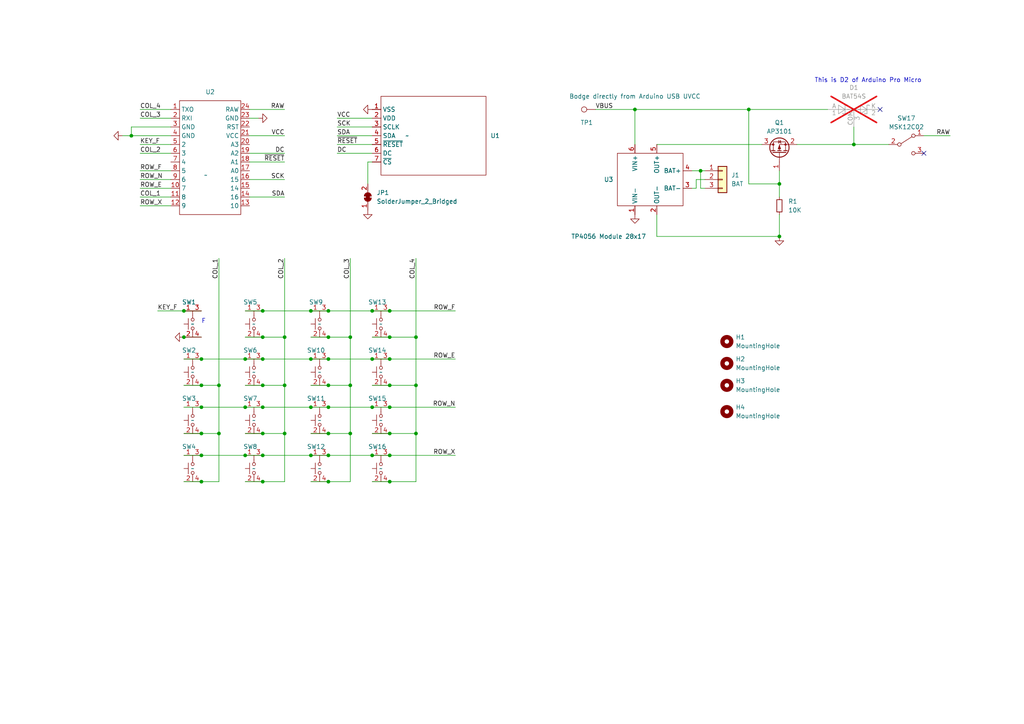
<source format=kicad_sch>
(kicad_sch (version 20230121) (generator eeschema)
  (paper "A4")
  (lib_symbols
    (symbol "Arduino_Pro_Micro:Arduino_Pro_Micro"
      (property "Reference" "U" (at 3.81 -19.05 0))
      (symbol "Arduino_Pro_Micro_0_1"
        (rectangle (start -8.89 15.24) (end 8.89 -17.78))
      )
      (symbol "Arduino_Pro_Micro_1_1"
        (pin passive line (at -11.43 12.7 0) (length 2.54) (name "TXO") (number "1"))
        (pin passive line (at -11.43 -10.16 0) (length 2.54) (name "7") (number "10"))
        (pin passive line (at -11.43 -12.7 0) (length 2.54) (name "8") (number "11"))
        (pin passive line (at -11.43 -15.24 0) (length 2.54) (name "9") (number "12"))
        (pin passive line (at 11.43 -15.24 180) (length 2.54) (name "10") (number "13"))
        (pin passive line (at 11.43 -12.7 180) (length 2.54) (name "16") (number "14"))
        (pin passive line (at 11.43 -10.16 180) (length 2.54) (name "14") (number "15"))
        (pin passive line (at 11.43 -7.62 180) (length 2.54) (name "15") (number "16"))
        (pin passive line (at 11.43 -5.08 180) (length 2.54) (name "A0") (number "17"))
        (pin passive line (at 11.43 -2.54 180) (length 2.54) (name "A1") (number "18"))
        (pin passive line (at 11.43 0 180) (length 2.54) (name "A2") (number "19"))
        (pin passive line (at -11.43 10.16 0) (length 2.54) (name "RXI") (number "2"))
        (pin passive line (at 11.43 2.54 180) (length 2.54) (name "A3") (number "20"))
        (pin passive line (at 11.43 5.08 180) (length 2.54) (name "VCC") (number "21"))
        (pin passive line (at 11.43 7.62 180) (length 2.54) (name "RST") (number "22"))
        (pin passive line (at 11.43 10.16 180) (length 2.54) (name "GND") (number "23"))
        (pin passive line (at 11.43 12.7 180) (length 2.54) (name "RAW") (number "24"))
        (pin passive line (at -11.43 7.62 0) (length 2.54) (name "GND") (number "3"))
        (pin passive line (at -11.43 5.08 0) (length 2.54) (name "GND") (number "4"))
        (pin passive line (at -11.43 2.54 0) (length 2.54) (name "2") (number "5"))
        (pin passive line (at -11.43 0 0) (length 2.54) (name "3") (number "6"))
        (pin passive line (at -11.43 -2.54 0) (length 2.54) (name "4") (number "7"))
        (pin passive line (at -11.43 -5.08 0) (length 2.54) (name "5") (number "8"))
        (pin passive line (at -11.43 -7.62 0) (length 2.54) (name "6") (number "9"))
      )
    )
    (symbol "Connector:TestPoint" (pin_numbers hide) (pin_names (offset 0.762) hide)
      (property "Reference" "TP" (at 0 6.858 0))
      (property "Value" "TestPoint" (at 0 5.08 0))
      (symbol "TestPoint_0_1"
        (circle (center 0 3.302) (radius 0.762))
      )
      (symbol "TestPoint_1_1"
        (pin passive line (at 0 0 90) (length 2.54) (name "1") (number "1"))
      )
    )
    (symbol "Connector_Generic:Conn_01x03" (pin_names (offset 1.016) hide)
      (property "Reference" "J" (at 0 5.08 0))
      (property "Value" "Conn_01x03" (at 0 -5.08 0))
      (symbol "Conn_01x03_1_1"
        (rectangle (start -1.27 -2.413) (end 0 -2.667) (stroke (width 0.1524)))
        (rectangle (start -1.27 0.127) (end 0 -0.127) (stroke (width 0.1524)))
        (rectangle (start -1.27 2.667) (end 0 2.413) (stroke (width 0.1524)))
        (rectangle (start -1.27 3.81) (end 1.27 -3.81) (stroke (width 0.254)) (fill (type background)))
        (pin passive line (at -5.08 2.54 0) (length 3.81) (name "Pin_1") (number "1"))
        (pin passive line (at -5.08 0 0) (length 3.81) (name "Pin_2") (number "2"))
        (pin passive line (at -5.08 -2.54 0) (length 3.81) (name "Pin_3") (number "3"))
      )
    )
    (symbol "Device:Q_PMOS_GSD" (pin_names (offset 0) hide)
      (property "Reference" "Q" (at 5.08 1.27 0))
      (property "Value" "Q_PMOS_GSD" (at 5.08 -1.27 0))
      (symbol "Q_PMOS_GSD_0_1"
        (polyline (pts (xy 0.254 0) (xy -2.54 0)))
        (polyline (pts (xy 0.254 1.905) (xy 0.254 -1.905)) (stroke (width 0.254)))
        (polyline (pts (xy 0.762 -1.27) (xy 0.762 -2.286)) (stroke (width 0.254)))
        (polyline (pts (xy 0.762 0.508) (xy 0.762 -0.508)) (stroke (width 0.254)))
        (polyline (pts (xy 0.762 2.286) (xy 0.762 1.27)) (stroke (width 0.254)))
        (polyline (pts (xy 2.54 2.54) (xy 2.54 1.778)))
        (polyline (pts (xy 2.54 -2.54) (xy 2.54 0) (xy 0.762 0)))
        (polyline (pts (xy 0.762 1.778) (xy 3.302 1.778) (xy 3.302 -1.778) (xy 0.762 -1.778)))
        (polyline (pts (xy 2.286 0) (xy 1.27 0.381) (xy 1.27 -0.381) (xy 2.286 0)) (fill (type outline)))
        (polyline (pts (xy 2.794 -0.508) (xy 2.921 -0.381) (xy 3.683 -0.381) (xy 3.81 -0.254)))
        (polyline (pts (xy 3.302 -0.381) (xy 2.921 0.254) (xy 3.683 0.254) (xy 3.302 -0.381)))
        (circle (center 1.651 0) (radius 2.794) (stroke (width 0.254)))
        (circle (center 2.54 -1.778) (radius 0.254) (fill (type outline)))
        (circle (center 2.54 1.778) (radius 0.254) (fill (type outline)))
      )
      (symbol "Q_PMOS_GSD_1_1"
        (pin input line (at -5.08 0 0) (length 2.54) (name "G") (number "1"))
        (pin passive line (at 2.54 -5.08 90) (length 2.54) (name "S") (number "2"))
        (pin passive line (at 2.54 5.08 270) (length 2.54) (name "D") (number "3"))
      )
    )
    (symbol "Device:R_Small" (pin_numbers hide) (pin_names (offset 0.254) hide)
      (property "Reference" "R" (at 0.762 0.508 0))
      (property "Value" "R_Small" (at 0.762 -1.016 0))
      (symbol "R_Small_0_1"
        (rectangle (start -0.762 1.778) (end 0.762 -1.778) (stroke (width 0.2032)))
      )
      (symbol "R_Small_1_1"
        (pin passive line (at 0 2.54 270) (length 0.762) (name "~") (number "1"))
        (pin passive line (at 0 -2.54 90) (length 0.762) (name "~") (number "2"))
      )
    )
    (symbol "Diode:BAT54S" (pin_names (offset 0))
      (property "Reference" "D" (at 2.54 -5.08 0))
      (property "Value" "BAT54S" (at -6.35 3.175 0))
      (symbol "BAT54S_0_1"
        (polyline (pts (xy -3.81 0) (xy -1.27 0)))
        (polyline (pts (xy -3.175 -1.27) (xy -3.175 -1.016)))
        (polyline (pts (xy -2.54 -1.27) (xy -3.175 -1.27)))
        (polyline (pts (xy -2.54 -1.27) (xy -2.54 1.27)))
        (polyline (pts (xy -2.54 1.27) (xy -1.905 1.27)))
        (polyline (pts (xy -1.905 0) (xy 1.905 0)))
        (polyline (pts (xy -1.905 1.27) (xy -1.905 1.016)))
        (polyline (pts (xy 1.27 0) (xy 3.81 0)))
        (polyline (pts (xy 3.175 -1.27) (xy 3.175 -1.016)))
        (polyline (pts (xy 3.81 -1.27) (xy 3.175 -1.27)))
        (polyline (pts (xy 3.81 -1.27) (xy 3.81 1.27)))
        (polyline (pts (xy 3.81 1.27) (xy 4.445 1.27)))
        (polyline (pts (xy 4.445 1.27) (xy 4.445 1.016)))
        (polyline (pts (xy -4.445 1.27) (xy -4.445 -1.27) (xy -2.54 0) (xy -4.445 1.27)))
        (polyline (pts (xy 1.905 1.27) (xy 1.905 -1.27) (xy 3.81 0) (xy 1.905 1.27)))
        (circle (center 0 0) (radius 0.254) (fill (type outline)))
      )
      (symbol "BAT54S_1_1"
        (pin passive line (at -7.62 0 0) (length 3.81) (name "A") (number "1"))
        (pin passive line (at 7.62 0 180) (length 3.81) (name "K") (number "2"))
        (pin passive line (at 0 -5.08 90) (length 5.08) (name "COM") (number "3"))
      )
    )
    (symbol "Jumper:SolderJumper_2_Bridged" (pin_names (offset 0) hide)
      (property "Reference" "JP" (at 0 2.032 0))
      (property "Value" "SolderJumper_2_Bridged" (at 0 -2.54 0))
      (symbol "SolderJumper_2_Bridged_0_1"
        (rectangle (start -0.508 0.508) (end 0.508 -0.508) (fill (type outline)))
        (arc (start -0.254 1.016) (mid -1.2656 0) (end -0.254 -1.016))
        (arc (start -0.254 1.016) (mid -1.2656 0) (end -0.254 -1.016) (fill (type outline)))
        (polyline (pts (xy -0.254 1.016) (xy -0.254 -1.016)))
        (polyline (pts (xy 0.254 1.016) (xy 0.254 -1.016)))
        (arc (start 0.254 -1.016) (mid 1.2656 0) (end 0.254 1.016))
        (arc (start 0.254 -1.016) (mid 1.2656 0) (end 0.254 1.016) (fill (type outline)))
      )
      (symbol "SolderJumper_2_Bridged_1_1"
        (pin passive line (at -3.81 0 0) (length 2.54) (name "A") (number "1"))
        (pin passive line (at 3.81 0 180) (length 2.54) (name "B") (number "2"))
      )
    )
    (symbol "Mechanical:MountingHole" (pin_names (offset 1.016))
      (property "Reference" "H" (at 0 5.08 0))
      (property "Value" "MountingHole" (at 0 3.175 0))
      (symbol "MountingHole_0_1"
        (circle (center 0 0) (radius 1.27) (stroke (width 1.27)))
      )
    )
    (symbol "OLED_SPI_7PIN:OLED_SPI_7PIN"
      (property "Reference" "U" (at 0 0 0))
      (symbol "OLED_SPI_7PIN_0_1"
        (rectangle (start -7.62 11.43) (end 22.86 -11.43))
      )
      (symbol "OLED_SPI_7PIN_1_1"
        (pin passive line (at -10.16 7.62 0) (length 2.54) (name "VSS") (number "1"))
        (pin passive line (at -10.16 5.08 0) (length 2.54) (name "VDD") (number "2"))
        (pin passive line (at -10.16 2.54 0) (length 2.54) (name "SCLK") (number "3"))
        (pin passive line (at -10.16 0 0) (length 2.54) (name "SDA") (number "4"))
        (pin passive line (at -10.16 -2.54 0) (length 2.54) (name "~{RESET}") (number "5"))
        (pin passive line (at -10.16 -5.08 0) (length 2.54) (name "DC") (number "6"))
        (pin passive line (at -10.16 -7.62 0) (length 2.54) (name "~{CS}") (number "7"))
      )
    )
    (symbol "SKRRAAE010:Dome_Switch_4_Pin" (pin_names hide)
      (property "Reference" "SW" (at 2.54 0 0))
      (symbol "Dome_Switch_4_Pin_0_1"
        (circle (center 0 -1.27) (radius 0.4404))
        (polyline (pts (xy 0 -3.81) (xy 0 -2.54)))
        (polyline (pts (xy 0 -2.54) (xy 0 -1.764)))
        (polyline (pts (xy 0 2.54) (xy 0.0027 1.7472)))
        (polyline (pts (xy 0 3.81) (xy 0 2.54)))
        (polyline (pts (xy -1.2686 1.6161) (xy -1.2727 -1.5868) (xy -1.27 0) (xy -2.54 0)))
        (circle (center 0 1.27) (radius 0.4404))
      )
      (symbol "Dome_Switch_4_Pin_1_1"
        (pin passive line (at -2.54 3.81 0) (length 2.54) (name "1") (number "1"))
        (pin passive line (at -2.54 -3.81 0) (length 2.54) (name "2") (number "2"))
        (pin passive line (at 2.54 3.81 180) (length 2.54) (name "3") (number "3"))
        (pin passive line (at 2.54 -3.81 180) (length 2.54) (name "4") (number "4"))
      )
    )
    (symbol "Switch:SW_SPDT" (pin_names (offset 0) hide)
      (property "Reference" "SW" (at 0 4.318 0))
      (property "Value" "SW_SPDT" (at 0 -5.08 0))
      (symbol "SW_SPDT_0_0"
        (circle (center -2.032 0) (radius 0.508))
        (circle (center 2.032 -2.54) (radius 0.508))
      )
      (symbol "SW_SPDT_0_1"
        (polyline (pts (xy -1.524 0.254) (xy 1.651 2.286)))
        (circle (center 2.032 2.54) (radius 0.508))
      )
      (symbol "SW_SPDT_1_1"
        (pin passive line (at 5.08 2.54 180) (length 2.54) (name "A") (number "1"))
        (pin passive line (at -5.08 0 0) (length 2.54) (name "B") (number "2"))
        (pin passive line (at 5.08 -2.54 180) (length 2.54) (name "C") (number "3"))
      )
    )
    (symbol "TP4056_Module:TP4056_Module_28x17"
      (property "Reference" "U" (at 0 0 0))
      (symbol "TP4056_Module_28x17_0_1"
        (rectangle (start -7.62 7.62) (end 7.62 -11.43))
      )
      (symbol "TP4056_Module_28x17_1_1"
        (pin passive line (at -10.16 2.54 0) (length 2.54) (name "VIN-") (number "1"))
        (pin passive line (at -10.16 -3.81 0) (length 2.54) (name "OUT-") (number "2"))
        (pin passive line (at -2.54 -13.97 90) (length 2.54) (name "BAT-") (number "3"))
        (pin passive line (at 2.54 -13.97 90) (length 2.54) (name "BAT+") (number "4"))
        (pin passive line (at 10.16 -3.81 180) (length 2.54) (name "OUT+") (number "5"))
        (pin passive line (at 10.16 2.54 180) (length 2.54) (name "VIN+") (number "6"))
      )
    )
    (symbol "power:GND" (power) (pin_names (offset 0))
      (property "Value" "GND" (at 0 -3.81 0))
      (symbol "GND_0_1"
        (polyline (pts (xy 0 0) (xy 0 -1.27) (xy 1.27 -1.27) (xy 0 -2.54) (xy -1.27 -1.27) (xy 0 -1.27)))
      )
      (symbol "GND_1_1"
        (pin power_in line (at 0 0 270) (length 0) hide (name "GND") (number "1"))
      )
    )
  )
  (junction (at 71.12 132.08))
  (junction (at 71.12 118.11))
  (junction (at 120.65 125.73))
  (junction (at 76.2 104.14))
  (junction (at 76.2 97.79))
  (junction (at 90.17 132.08))
  (junction (at 53.34 90.17))
  (junction (at 90.17 104.14))
  (junction (at 95.25 90.17))
  (junction (at 113.03 118.11))
  (junction (at 113.03 139.7))
  (junction (at 107.95 118.11))
  (junction (at 76.2 132.08))
  (junction (at 113.03 111.76))
  (junction (at 90.17 118.11))
  (junction (at 95.25 118.11))
  (junction (at 113.03 90.17))
  (junction (at 38.1 39.37))
  (junction (at 95.25 125.73))
  (junction (at 113.03 97.79))
  (junction (at 76.2 118.11))
  (junction (at 58.42 111.76))
  (junction (at 58.42 125.73))
  (junction (at 95.25 97.79))
  (junction (at 82.55 97.79))
  (junction (at 53.34 97.79))
  (junction (at 120.65 97.79))
  (junction (at 101.6 97.79))
  (junction (at 90.17 90.17))
  (junction (at 203.2 49.53))
  (junction (at 71.12 104.14))
  (junction (at 63.5 125.73))
  (junction (at 95.25 104.14))
  (junction (at 58.42 139.7))
  (junction (at 101.6 125.73))
  (junction (at 58.42 104.14))
  (junction (at 82.55 111.76))
  (junction (at 95.25 132.08))
  (junction (at 63.5 111.76))
  (junction (at 101.6 111.76))
  (junction (at 247.65 41.91))
  (junction (at 107.95 104.14))
  (junction (at 82.55 125.73))
  (junction (at 120.65 111.76))
  (junction (at 226.06 53.34))
  (junction (at 113.03 104.14))
  (junction (at 107.95 132.08))
  (junction (at 107.95 90.17))
  (junction (at 76.2 139.7))
  (junction (at 76.2 111.76))
  (junction (at 76.2 90.17))
  (junction (at 113.03 132.08))
  (junction (at 76.2 125.73))
  (junction (at 217.17 31.75))
  (junction (at 58.42 118.11))
  (junction (at 58.42 132.08))
  (junction (at 95.25 139.7))
  (junction (at 184.15 31.75))
  (junction (at 226.06 68.58))
  (junction (at 113.03 125.73))
  (junction (at 95.25 111.76))
  (no_connect (at 255.27 31.75))
  (no_connect (at 267.97 44.45))
  (wire (pts (xy 40.64 57.15) (xy 49.53 57.15)))
  (wire (pts (xy 190.5 62.23) (xy 190.5 68.58)))
  (wire (pts (xy 113.03 104.14) (xy 132.08 104.14)))
  (wire (pts (xy 95.25 104.14) (xy 107.95 104.14)))
  (wire (pts (xy 53.34 132.08) (xy 58.42 132.08)))
  (wire (pts (xy 231.14 41.91) (xy 247.65 41.91)))
  (wire (pts (xy 40.64 31.75) (xy 49.53 31.75)))
  (wire (pts (xy 90.17 125.73) (xy 95.25 125.73)))
  (wire (pts (xy 40.64 54.61) (xy 49.53 54.61)))
  (wire (pts (xy 71.12 132.08) (xy 76.2 132.08)))
  (wire (pts (xy 107.95 46.99) (xy 106.68 46.99)))
  (wire (pts (xy 53.34 118.11) (xy 58.42 118.11)))
  (wire (pts (xy 38.1 36.83) (xy 38.1 39.37)))
  (wire (pts (xy 226.06 53.34) (xy 226.06 57.15)))
  (wire (pts (xy 190.5 68.58) (xy 226.06 68.58)))
  (wire (pts (xy 71.12 111.76) (xy 76.2 111.76)))
  (wire (pts (xy 95.25 118.11) (xy 107.95 118.11)))
  (wire (pts (xy 53.34 90.17) (xy 58.42 90.17)))
  (wire (pts (xy 49.53 36.83) (xy 38.1 36.83)))
  (wire (pts (xy 113.03 97.79) (xy 120.65 97.79)))
  (wire (pts (xy 200.66 49.53) (xy 203.2 49.53)))
  (wire (pts (xy 204.47 54.61) (xy 203.2 54.61)))
  (wire (pts (xy 97.79 36.83) (xy 107.95 36.83)))
  (wire (pts (xy 76.2 139.7) (xy 82.55 139.7)))
  (wire (pts (xy 63.5 74.93) (xy 63.5 111.76)))
  (wire (pts (xy 107.95 125.73) (xy 113.03 125.73)))
  (wire (pts (xy 40.64 52.07) (xy 49.53 52.07)))
  (wire (pts (xy 247.65 36.83) (xy 247.65 41.91)))
  (wire (pts (xy 82.55 74.93) (xy 82.55 97.79)))
  (wire (pts (xy 53.34 139.7) (xy 58.42 139.7)))
  (wire (pts (xy 45.72 90.17) (xy 53.34 90.17)))
  (wire (pts (xy 40.64 41.91) (xy 49.53 41.91)))
  (wire (pts (xy 101.6 125.73) (xy 101.6 139.7)))
  (wire (pts (xy 226.06 49.53) (xy 226.06 53.34)))
  (wire (pts (xy 226.06 62.23) (xy 226.06 68.58)))
  (wire (pts (xy 58.42 104.14) (xy 71.12 104.14)))
  (wire (pts (xy 107.95 104.14) (xy 113.03 104.14)))
  (wire (pts (xy 58.42 139.7) (xy 63.5 139.7)))
  (wire (pts (xy 204.47 52.07) (xy 201.93 52.07)))
  (wire (pts (xy 95.25 97.79) (xy 101.6 97.79)))
  (wire (pts (xy 63.5 125.73) (xy 58.42 125.73)))
  (wire (pts (xy 90.17 90.17) (xy 95.25 90.17)))
  (wire (pts (xy 76.2 90.17) (xy 90.17 90.17)))
  (wire (pts (xy 184.15 41.91) (xy 184.15 31.75)))
  (wire (pts (xy 95.25 111.76) (xy 101.6 111.76)))
  (wire (pts (xy 267.97 39.37) (xy 275.59 39.37)))
  (wire (pts (xy 107.95 97.79) (xy 113.03 97.79)))
  (wire (pts (xy 72.39 31.75) (xy 82.55 31.75)))
  (wire (pts (xy 172.72 31.75) (xy 184.15 31.75)))
  (wire (pts (xy 72.39 34.29) (xy 74.93 34.29)))
  (wire (pts (xy 106.68 46.99) (xy 106.68 53.34)))
  (wire (pts (xy 71.12 104.14) (xy 76.2 104.14)))
  (wire (pts (xy 53.34 97.79) (xy 58.42 97.79)))
  (wire (pts (xy 200.66 54.61) (xy 201.93 54.61)))
  (wire (pts (xy 101.6 111.76) (xy 101.6 125.73)))
  (wire (pts (xy 53.34 104.14) (xy 58.42 104.14)))
  (wire (pts (xy 72.39 39.37) (xy 82.55 39.37)))
  (wire (pts (xy 120.65 111.76) (xy 120.65 125.73)))
  (wire (pts (xy 40.64 34.29) (xy 49.53 34.29)))
  (wire (pts (xy 247.65 41.91) (xy 257.81 41.91)))
  (wire (pts (xy 38.1 39.37) (xy 49.53 39.37)))
  (wire (pts (xy 72.39 46.99) (xy 82.55 46.99)))
  (wire (pts (xy 107.95 90.17) (xy 113.03 90.17)))
  (wire (pts (xy 63.5 111.76) (xy 63.5 125.73)))
  (wire (pts (xy 82.55 125.73) (xy 82.55 139.7)))
  (wire (pts (xy 120.65 125.73) (xy 120.65 139.7)))
  (wire (pts (xy 71.12 139.7) (xy 76.2 139.7)))
  (wire (pts (xy 72.39 44.45) (xy 82.55 44.45)))
  (wire (pts (xy 97.79 39.37) (xy 107.95 39.37)))
  (wire (pts (xy 201.93 52.07) (xy 201.93 54.61)))
  (wire (pts (xy 95.25 125.73) (xy 101.6 125.73)))
  (wire (pts (xy 101.6 74.93) (xy 101.6 97.79)))
  (wire (pts (xy 95.25 132.08) (xy 107.95 132.08)))
  (wire (pts (xy 90.17 104.14) (xy 95.25 104.14)))
  (wire (pts (xy 82.55 97.79) (xy 82.55 111.76)))
  (wire (pts (xy 203.2 54.61) (xy 203.2 49.53)))
  (wire (pts (xy 40.64 49.53) (xy 49.53 49.53)))
  (wire (pts (xy 97.79 41.91) (xy 107.95 41.91)))
  (wire (pts (xy 190.5 41.91) (xy 220.98 41.91)))
  (wire (pts (xy 76.2 132.08) (xy 90.17 132.08)))
  (wire (pts (xy 58.42 132.08) (xy 71.12 132.08)))
  (wire (pts (xy 76.2 111.76) (xy 82.55 111.76)))
  (wire (pts (xy 184.15 31.75) (xy 217.17 31.75)))
  (wire (pts (xy 217.17 31.75) (xy 240.03 31.75)))
  (wire (pts (xy 107.95 132.08) (xy 113.03 132.08)))
  (wire (pts (xy 101.6 97.79) (xy 101.6 111.76)))
  (wire (pts (xy 90.17 132.08) (xy 95.25 132.08)))
  (wire (pts (xy 76.2 125.73) (xy 82.55 125.73)))
  (wire (pts (xy 53.34 125.73) (xy 58.42 125.73)))
  (wire (pts (xy 113.03 139.7) (xy 120.65 139.7)))
  (wire (pts (xy 71.12 97.79) (xy 76.2 97.79)))
  (wire (pts (xy 71.12 118.11) (xy 76.2 118.11)))
  (wire (pts (xy 58.42 118.11) (xy 71.12 118.11)))
  (wire (pts (xy 63.5 139.7) (xy 63.5 125.73)))
  (wire (pts (xy 40.64 44.45) (xy 49.53 44.45)))
  (wire (pts (xy 76.2 97.79) (xy 82.55 97.79)))
  (wire (pts (xy 95.25 139.7) (xy 101.6 139.7)))
  (wire (pts (xy 90.17 97.79) (xy 95.25 97.79)))
  (wire (pts (xy 95.25 90.17) (xy 107.95 90.17)))
  (wire (pts (xy 82.55 111.76) (xy 82.55 125.73)))
  (wire (pts (xy 76.2 118.11) (xy 90.17 118.11)))
  (wire (pts (xy 90.17 139.7) (xy 95.25 139.7)))
  (wire (pts (xy 72.39 57.15) (xy 82.55 57.15)))
  (wire (pts (xy 113.03 111.76) (xy 120.65 111.76)))
  (wire (pts (xy 71.12 125.73) (xy 76.2 125.73)))
  (wire (pts (xy 217.17 53.34) (xy 217.17 31.75)))
  (wire (pts (xy 113.03 132.08) (xy 132.08 132.08)))
  (wire (pts (xy 97.79 34.29) (xy 107.95 34.29)))
  (wire (pts (xy 90.17 118.11) (xy 95.25 118.11)))
  (wire (pts (xy 71.12 90.17) (xy 76.2 90.17)))
  (wire (pts (xy 90.17 111.76) (xy 95.25 111.76)))
  (wire (pts (xy 107.95 118.11) (xy 113.03 118.11)))
  (wire (pts (xy 226.06 53.34) (xy 217.17 53.34)))
  (wire (pts (xy 120.65 74.93) (xy 120.65 97.79)))
  (wire (pts (xy 40.64 59.69) (xy 49.53 59.69)))
  (wire (pts (xy 107.95 111.76) (xy 113.03 111.76)))
  (wire (pts (xy 53.34 111.76) (xy 58.42 111.76)))
  (wire (pts (xy 113.03 118.11) (xy 132.08 118.11)))
  (wire (pts (xy 58.42 111.76) (xy 63.5 111.76)))
  (wire (pts (xy 35.56 39.37) (xy 38.1 39.37)))
  (wire (pts (xy 97.79 44.45) (xy 107.95 44.45)))
  (wire (pts (xy 113.03 90.17) (xy 132.08 90.17)))
  (wire (pts (xy 203.2 49.53) (xy 204.47 49.53)))
  (wire (pts (xy 113.03 125.73) (xy 120.65 125.73)))
  (wire (pts (xy 76.2 104.14) (xy 90.17 104.14)))
  (wire (pts (xy 120.65 97.79) (xy 120.65 111.76)))
  (wire (pts (xy 72.39 52.07) (xy 82.55 52.07)))
  (wire (pts (xy 107.95 139.7) (xy 113.03 139.7)))
  (text "F" (at 58.42 93.98 0) (effects (font (size 1.27 1.27)) (justify left bottom)))
  (text "This is D2 of Arduino Pro Micro" (at 236.22 24.13 0) (effects (font (size 1.27 1.27)) (justify left bottom)))
  (label "ROW_E" (at 40.64 54.61 0))
  (label "VCC" (at 97.79 34.29 0))
  (label "COL_1" (at 63.5 74.93 270))
  (label "RAW" (at 275.59 39.37 180))
  (label "RAW" (at 82.55 31.75 180))
  (label "DC" (at 82.55 44.45 180))
  (label "COL_2" (at 40.64 44.45 0))
  (label "SCK" (at 82.55 52.07 180))
  (label "ROW_F" (at 132.08 90.17 180))
  (label "ROW_N" (at 132.08 118.11 180))
  (label "ROW_X" (at 40.64 59.69 0))
  (label "ROW_E" (at 132.08 104.14 180))
  (label "COL_1" (at 40.64 57.15 0))
  (label "COL_4" (at 40.64 31.75 0))
  (label "VBUS" (at 172.72 31.75 0))
  (label "ROW_N" (at 40.64 52.07 0))
  (label "~{RESET}" (at 82.55 46.99 180))
  (label "COL_4" (at 120.65 74.93 270))
  (label "~{RESET}" (at 97.79 41.91 0))
  (label "SDA" (at 82.55 57.15 180))
  (label "COL_3" (at 40.64 34.29 0))
  (label "VCC" (at 82.55 39.37 180))
  (label "KEY_F" (at 45.72 90.17 0))
  (label "COL_3" (at 101.6 74.93 270))
  (label "SCK" (at 97.79 36.83 0))
  (label "SDA" (at 97.79 39.37 0))
  (label "COL_2" (at 82.55 74.93 270))
  (label "KEY_F" (at 40.64 41.91 0))
  (label "ROW_X" (at 132.08 132.08 180))
  (label "ROW_F" (at 40.64 49.53 0))
  (label "DC" (at 97.79 44.45 0))
  (symbol (lib_id "Connector_Generic:Conn_01x03") (at 209.55 52.07 0) (unit 1)
    (property "Reference" "J1" (at 212.09 50.8 0) (effects (justify left)))
    (property "Value" "BAT" (at 212.09 53.34 0) (effects (justify left)))
    (property "Footprint" "Connector_PinHeader_2.54mm:PinHeader_1x03_P2.54mm_Vertical" (effects hide))
  )
  (symbol (lib_id "power:GND") (at 226.06 68.58 0) (unit 1)
    (property "Reference" "#PWR07" (effects hide))
    (property "Value" "GND" (effects hide))
  )
  (symbol (lib_id "SKRRAAE010:Dome_Switch_4_Pin") (at 73.66 135.89 0) (unit 1)
    (property "Reference" "SW8" (at 72.6102 129.54 0))
    (property "Value" "~" (at 73.66 135.89 0))
    (property "Footprint" "SKRRAAE010_Dome_Switch:SKRRAAE010-15.24mm-keyboard-pitch" (effects hide))
    (property "Datasheet" "https://tech.alpsalpine.com/e/products/detail/SKRRAAE010/" (effects hide))
  )
  (symbol (lib_id "power:GND") (at 74.93 34.29 90) (unit 1)
    (property "Reference" "#PWR02" (effects hide))
    (property "Value" "GND" (effects hide))
  )
  (symbol (lib_id "Connector:TestPoint") (at 172.72 31.75 90) (unit 1)
    (property "Reference" "TP1" (at 170.18 35.56 90))
    (property "Value" "Bodge directly from Arduino USB UVCC" (at 184.15 27.94 90))
    (property "Footprint" "TestPoint:TestPoint_THTPad_2.0x2.0mm_Drill1.0mm" (effects hide))
  )
  (symbol (lib_id "Device:R_Small") (at 226.06 59.69 0) (unit 1)
    (property "Reference" "R1" (at 228.6 58.42 0) (effects (justify left)))
    (property "Value" "10K" (at 228.6 60.96 0) (effects (justify left)))
    (property "Footprint" "Resistor_SMD:R_0805_2012Metric" (effects hide))
  )
  (symbol (lib_id "SKRRAAE010:Dome_Switch_4_Pin") (at 110.49 121.92 0) (unit 1)
    (property "Reference" "SW15" (at 109.4402 115.57 0))
    (property "Value" "~" (at 110.49 121.92 0))
    (property "Footprint" "SKRRAAE010_Dome_Switch:SKRRAAE010-15.24mm-keyboard-pitch" (effects hide))
    (property "Datasheet" "https://tech.alpsalpine.com/e/products/detail/SKRRAAE010/" (effects hide))
  )
  (symbol (lib_id "SKRRAAE010:Dome_Switch_4_Pin") (at 92.71 107.95 0) (unit 1)
    (property "Reference" "SW10" (at 91.6602 101.6 0))
    (property "Value" "~" (at 92.71 107.95 0))
    (property "Footprint" "SKRRAAE010_Dome_Switch:SKRRAAE010-15.24mm-keyboard-pitch" (effects hide))
    (property "Datasheet" "https://tech.alpsalpine.com/e/products/detail/SKRRAAE010/" (effects hide))
  )
  (symbol (lib_id "SKRRAAE010:Dome_Switch_4_Pin") (at 110.49 135.89 0) (unit 1)
    (property "Reference" "SW16" (at 109.4402 129.54 0))
    (property "Value" "~" (at 110.49 135.89 0))
    (property "Footprint" "SKRRAAE010_Dome_Switch:SKRRAAE010-15.24mm-keyboard-pitch" (effects hide))
    (property "Datasheet" "https://tech.alpsalpine.com/e/products/detail/SKRRAAE010/" (effects hide))
  )
  (symbol (lib_id "TP4056_Module:TP4056_Module_28x17") (at 186.69 52.07 90) (unit 1)
    (property "Reference" "U3" (at 176.53 52.07 90))
    (property "Value" "TP4056 Module 28x17" (at 176.53 68.58 90))
    (property "Footprint" "TP4056_Module:TP4056 Module 28x17" (effects hide))
  )
  (symbol (lib_id "SKRRAAE010:Dome_Switch_4_Pin") (at 110.49 107.95 0) (unit 1)
    (property "Reference" "SW14" (at 109.4402 101.6 0))
    (property "Value" "~" (at 110.49 107.95 0))
    (property "Footprint" "SKRRAAE010_Dome_Switch:SKRRAAE010-15.24mm-keyboard-pitch" (effects hide))
    (property "Datasheet" "https://tech.alpsalpine.com/e/products/detail/SKRRAAE010/" (effects hide))
  )
  (symbol (lib_id "Mechanical:MountingHole") (at 210.82 99.06 0) (unit 1)
    (property "Reference" "H1" (at 213.36 97.79 0) (effects (justify left)))
    (property "Value" "MountingHole" (at 213.36 100.33 0) (effects (justify left)))
    (property "Footprint" "MountingHole:MountingHole_3.2mm_M3" (effects hide))
  )
  (symbol (lib_id "Switch:SW_SPDT") (at 262.89 41.91 0) (unit 1)
    (property "Reference" "SW17" (at 262.89 34.29 0))
    (property "Value" "MSK12C02" (at 262.89 36.83 0))
    (property "Footprint" "Switch_MSK12C02:MSK12C02" (effects hide))
    (property "Datasheet" "https://datasheet.lcsc.com/lcsc/2304140030_SHOU-HAN-MSK12C02_C431540.pdf" (effects hide))
  )
  (symbol (lib_id "SKRRAAE010:Dome_Switch_4_Pin") (at 55.88 121.92 0) (unit 1)
    (property "Reference" "SW3" (at 54.8302 115.57 0))
    (property "Value" "~" (at 55.88 121.92 0))
    (property "Footprint" "SKRRAAE010_Dome_Switch:SKRRAAE010-15.24mm-keyboard-pitch" (effects hide))
    (property "Datasheet" "https://tech.alpsalpine.com/e/products/detail/SKRRAAE010/" (effects hide))
  )
  (symbol (lib_id "SKRRAAE010:Dome_Switch_4_Pin") (at 73.66 107.95 0) (unit 1)
    (property "Reference" "SW6" (at 72.6102 101.6 0))
    (property "Value" "~" (at 73.66 107.95 0))
    (property "Footprint" "SKRRAAE010_Dome_Switch:SKRRAAE010-15.24mm-keyboard-pitch" (effects hide))
    (property "Datasheet" "https://tech.alpsalpine.com/e/products/detail/SKRRAAE010/" (effects hide))
  )
  (symbol (lib_id "SKRRAAE010:Dome_Switch_4_Pin") (at 55.88 107.95 0) (unit 1)
    (property "Reference" "SW2" (at 54.8302 101.6 0))
    (property "Value" "~" (at 55.88 107.95 0))
    (property "Footprint" "SKRRAAE010_Dome_Switch:SKRRAAE010-15.24mm-keyboard-pitch" (effects hide))
    (property "Datasheet" "https://tech.alpsalpine.com/e/products/detail/SKRRAAE010/" (effects hide))
  )
  (symbol (lib_id "SKRRAAE010:Dome_Switch_4_Pin") (at 73.66 93.98 0) (unit 1)
    (property "Reference" "SW5" (at 72.6102 87.63 0))
    (property "Value" "~" (at 73.66 93.98 0))
    (property "Footprint" "SKRRAAE010_Dome_Switch:SKRRAAE010-15.24mm-keyboard-pitch" (effects hide))
    (property "Datasheet" "https://tech.alpsalpine.com/e/products/detail/SKRRAAE010/" (effects hide))
  )
  (symbol (lib_id "SKRRAAE010:Dome_Switch_4_Pin") (at 110.49 93.98 0) (unit 1)
    (property "Reference" "SW13" (at 109.4402 87.63 0))
    (property "Value" "~" (at 110.49 93.98 0))
    (property "Footprint" "SKRRAAE010_Dome_Switch:SKRRAAE010-15.24mm-keyboard-pitch" (effects hide))
    (property "Datasheet" "https://tech.alpsalpine.com/e/products/detail/SKRRAAE010/" (effects hide))
  )
  (symbol (lib_id "Mechanical:MountingHole") (at 210.82 111.76 0) (unit 1)
    (property "Reference" "H3" (at 213.36 110.49 0) (effects (justify left)))
    (property "Value" "MountingHole" (at 213.36 113.03 0) (effects (justify left)))
    (property "Footprint" "MountingHole:MountingHole_3.2mm_M3" (effects hide))
  )
  (symbol (lib_id "power:GND") (at 184.15 62.23 0) (unit 1)
    (property "Reference" "#PWR06" (effects hide))
    (property "Value" "GND" (effects hide))
  )
  (symbol (lib_id "SKRRAAE010:Dome_Switch_4_Pin") (at 92.71 121.92 0) (unit 1)
    (property "Reference" "SW11" (at 91.6602 115.57 0))
    (property "Value" "~" (at 92.71 121.92 0))
    (property "Footprint" "SKRRAAE010_Dome_Switch:SKRRAAE010-15.24mm-keyboard-pitch" (effects hide))
    (property "Datasheet" "https://tech.alpsalpine.com/e/products/detail/SKRRAAE010/" (effects hide))
  )
  (symbol (lib_id "SKRRAAE010:Dome_Switch_4_Pin") (at 55.88 135.89 0) (unit 1)
    (property "Reference" "SW4" (at 54.8302 129.54 0))
    (property "Value" "~" (at 55.88 135.89 0))
    (property "Footprint" "SKRRAAE010_Dome_Switch:SKRRAAE010-15.24mm-keyboard-pitch" (effects hide))
    (property "Datasheet" "https://tech.alpsalpine.com/e/products/detail/SKRRAAE010/" (effects hide))
  )
  (symbol (lib_id "SKRRAAE010:Dome_Switch_4_Pin") (at 92.71 93.98 0) (unit 1)
    (property "Reference" "SW9" (at 91.6602 87.63 0))
    (property "Value" "~" (at 92.71 93.98 0))
    (property "Footprint" "SKRRAAE010_Dome_Switch:SKRRAAE010-15.24mm-keyboard-pitch" (effects hide))
    (property "Datasheet" "https://tech.alpsalpine.com/e/products/detail/SKRRAAE010/" (effects hide))
  )
  (symbol (lib_id "Mechanical:MountingHole") (at 210.82 105.41 0) (unit 1)
    (property "Reference" "H2" (at 213.36 104.14 0) (effects (justify left)))
    (property "Value" "MountingHole" (at 213.36 106.68 0) (effects (justify left)))
    (property "Footprint" "MountingHole:MountingHole_3.2mm_M3" (effects hide))
  )
  (symbol (lib_id "power:GND") (at 107.95 31.75 270) (unit 1)
    (property "Reference" "#PWR03" (effects hide))
    (property "Value" "GND" (effects hide))
  )
  (symbol (lib_id "SKRRAAE010:Dome_Switch_4_Pin") (at 73.66 121.92 0) (unit 1)
    (property "Reference" "SW7" (at 72.6102 115.57 0))
    (property "Value" "~" (at 73.66 121.92 0))
    (property "Footprint" "SKRRAAE010_Dome_Switch:SKRRAAE010-15.24mm-keyboard-pitch" (effects hide))
    (property "Datasheet" "https://tech.alpsalpine.com/e/products/detail/SKRRAAE010/" (effects hide))
  )
  (symbol (lib_id "power:GND") (at 106.68 60.96 0) (unit 1)
    (property "Reference" "#PWR04" (effects hide))
    (property "Value" "GND" (effects hide))
  )
  (symbol (lib_id "Device:Q_PMOS_GSD") (at 226.06 44.45 90) (unit 1)
    (property "Reference" "Q1" (at 226.06 35.56 90))
    (property "Value" "AP3101" (at 226.06 38.1 90))
    (property "Footprint" "Package_TO_SOT_SMD:SOT-23" (effects hide))
  )
  (symbol (lib_id "Arduino_Pro_Micro:Arduino_Pro_Micro") (at 60.96 44.45 0) (unit 1)
    (property "Reference" "U2" (at 60.96 26.67 0))
    (property "Value" "~" (at 59.69 50.8 0))
    (property "Footprint" "Arduino_Pro_Micro:Arduino Pro Micro USB-C 36.8x17.7" (effects hide))
  )
  (symbol (lib_id "Mechanical:MountingHole") (at 210.82 119.38 0) (unit 1)
    (property "Reference" "H4" (at 213.36 118.11 0) (effects (justify left)))
    (property "Value" "MountingHole" (at 213.36 120.65 0) (effects (justify left)))
    (property "Footprint" "MountingHole:MountingHole_3.2mm_M3" (effects hide))
  )
  (symbol (lib_id "power:GND") (at 35.56 39.37 270) (unit 1)
    (property "Reference" "#PWR01" (effects hide))
    (property "Value" "GND" (effects hide))
  )
  (symbol (lib_id "SKRRAAE010:Dome_Switch_4_Pin") (at 92.71 135.89 0) (unit 1)
    (property "Reference" "SW12" (at 91.6602 129.54 0))
    (property "Value" "~" (at 92.71 135.89 0))
    (property "Footprint" "SKRRAAE010_Dome_Switch:SKRRAAE010-15.24mm-keyboard-pitch" (effects hide))
    (property "Datasheet" "https://tech.alpsalpine.com/e/products/detail/SKRRAAE010/" (effects hide))
  )
  (symbol (lib_id "Diode:BAT54S") (at 247.65 31.75 0) (unit 1) (dnp yes)
    (property "Reference" "D1" (at 247.65 25.4 0))
    (property "Value" "BAT54S" (at 247.65 27.94 0))
    (property "Footprint" "Package_TO_SOT_SMD:SOT-23" (effects hide))
    (property "Datasheet" "https://www.diodes.com/assets/Datasheets/ds11005.pdf" (effects hide))
  )
  (symbol (lib_id "Jumper:SolderJumper_2_Bridged") (at 106.68 57.15 90) (unit 1)
    (property "Reference" "JP1" (at 109.22 55.88 90) (effects (justify right)))
    (property "Value" "SolderJumper_2_Bridged" (at 109.22 58.42 90) (effects (justify right)))
    (property "Footprint" "Jumper:SolderJumper-2_P1.3mm_Bridged_Pad1.0x1.5mm" (effects hide))
  )
  (symbol (lib_id "SKRRAAE010:Dome_Switch_4_Pin") (at 55.88 93.98 0) (unit 1)
    (property "Reference" "SW1" (at 54.8302 87.63 0))
    (property "Value" "~" (at 55.88 93.98 0))
    (property "Footprint" "SKRRAAE010_Dome_Switch:SKRRAAE010-15.24mm-keyboard-pitch" (effects hide))
    (property "Datasheet" "https://tech.alpsalpine.com/e/products/detail/SKRRAAE010/" (effects hide))
  )
  (symbol (lib_id "OLED_SPI_7PIN:OLED_SPI_7PIN") (at 118.11 39.37 0) (unit 1)
    (property "Reference" "U1" (at 142.24 39.37 0) (effects (justify left)))
    (property "Value" "~" (at 118.11 39.37 0))
    (property "Footprint" "OLED_Display:OLED_2.42inch_SPI_7PIN" (effects hide))
  )
  (symbol (lib_id "power:GND") (at 53.34 97.79 270) (mirror x) (unit 1)
    (property "Reference" "#PWR05" (effects hide))
    (property "Value" "GND" (effects hide))
  )
)
</source>
